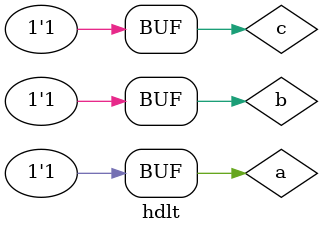
<source format=v>
module hdlt;
wire d,e;
reg a,b,c;
initial
 begin
 $dumpfile("wave.vcd");
 $dumpvars();    
 end
gate h(a,b,c,d,e);
 initial 
        begin 
         #0
         a = 0; b = 0; c=0;
         #100 
         a=1;b=1;c=1;
        end 
endmodule

</source>
